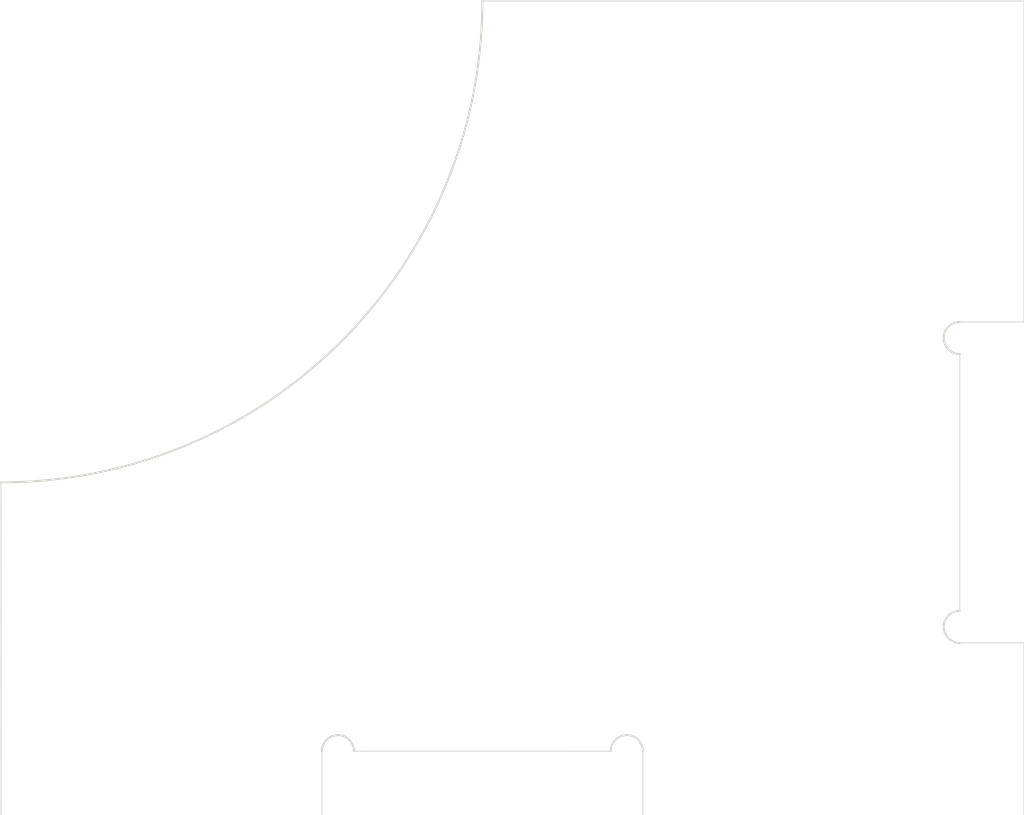
<source format=kicad_pcb>
(kicad_pcb (version 20171130) (host pcbnew 5.1.5+dfsg1-2build2)

  (general
    (thickness 1.6)
    (drawings 19)
    (tracks 0)
    (zones 0)
    (modules 0)
    (nets 1)
  )

  (page A4)
  (layers
    (0 F.Cu signal)
    (31 B.Cu signal)
    (32 B.Adhes user)
    (33 F.Adhes user)
    (34 B.Paste user)
    (35 F.Paste user)
    (36 B.SilkS user)
    (37 F.SilkS user)
    (38 B.Mask user)
    (39 F.Mask user)
    (40 Dwgs.User user)
    (41 Cmts.User user)
    (42 Eco1.User user)
    (43 Eco2.User user)
    (44 Edge.Cuts user)
    (45 Margin user)
    (46 B.CrtYd user)
    (47 F.CrtYd user)
    (48 B.Fab user)
    (49 F.Fab user)
  )

  (setup
    (last_trace_width 0.35)
    (trace_clearance 0.25)
    (zone_clearance 0.508)
    (zone_45_only no)
    (trace_min 0.3)
    (via_size 0.8)
    (via_drill 0.4)
    (via_min_size 0.5)
    (via_min_drill 0.4)
    (uvia_size 0.3)
    (uvia_drill 0.1)
    (uvias_allowed no)
    (uvia_min_size 0.2)
    (uvia_min_drill 0.1)
    (edge_width 0.05)
    (segment_width 0.2)
    (pcb_text_width 0.3)
    (pcb_text_size 1.5 1.5)
    (mod_edge_width 0.12)
    (mod_text_size 1 1)
    (mod_text_width 0.15)
    (pad_size 1.524 1.524)
    (pad_drill 0.762)
    (pad_to_mask_clearance 0.051)
    (solder_mask_min_width 0.25)
    (aux_axis_origin 0 0)
    (visible_elements FFFFFF7F)
    (pcbplotparams
      (layerselection 0x010fc_ffffffff)
      (usegerberextensions false)
      (usegerberattributes false)
      (usegerberadvancedattributes false)
      (creategerberjobfile false)
      (excludeedgelayer true)
      (linewidth 0.100000)
      (plotframeref false)
      (viasonmask false)
      (mode 1)
      (useauxorigin false)
      (hpglpennumber 1)
      (hpglpenspeed 20)
      (hpglpendiameter 15.000000)
      (psnegative false)
      (psa4output false)
      (plotreference true)
      (plotvalue true)
      (plotinvisibletext false)
      (padsonsilk false)
      (subtractmaskfromsilk false)
      (outputformat 1)
      (mirror false)
      (drillshape 1)
      (scaleselection 1)
      (outputdirectory ""))
  )

  (net 0 "")

  (net_class Default "This is the default net class."
    (clearance 0.25)
    (trace_width 0.35)
    (via_dia 0.8)
    (via_drill 0.4)
    (uvia_dia 0.3)
    (uvia_drill 0.1)
    (diff_pair_width 0.3)
    (diff_pair_gap 0.25)
  )

  (net_class Power ""
    (clearance 0.25)
    (trace_width 0.45)
    (via_dia 1)
    (via_drill 0.4)
    (uvia_dia 0.3)
    (uvia_drill 0.1)
    (diff_pair_width 0.3)
    (diff_pair_gap 0.25)
  )

  (gr_line (start 206.08 115) (end 199.6802 114.999) (layer Edge.Cuts) (width 0.02) (tstamp 5F32150A))
  (gr_line (start 214.7801 116.601) (end 206.8798 116.601) (layer Edge.Cuts) (width 0.02) (tstamp 5F321508))
  (gr_arc (start 190.88 96.298) (end 202.880002 96.298) (angle 90) (layer Edge.Cuts) (width 0.05) (tstamp 5F321507))
  (gr_line (start 198.8802 114.999) (end 198.8802 116.601) (layer Edge.Cuts) (width 0.02) (tstamp 5F321506))
  (gr_line (start 214.7801 105.099) (end 214.7801 111.5) (layer Edge.Cuts) (width 0.02) (tstamp 5F321504))
  (gr_arc (start 214.7801 104.699) (end 214.7801 105.099) (angle 180) (layer Edge.Cuts) (width 0.05) (tstamp 5F321502))
  (gr_line (start 216.38 114.999) (end 216.38 116.601) (layer Edge.Cuts) (width 0.02) (tstamp 5F3214FF))
  (gr_line (start 214.7801 112.3) (end 216.38 112.3) (layer Edge.Cuts) (width 0.02) (tstamp 5F3214FD))
  (gr_line (start 216.38 116.601) (end 214.7801 116.601) (layer Edge.Cuts) (width 0.02) (tstamp 5F3214FA))
  (gr_arc (start 199.2802 114.999) (end 198.8802 114.999) (angle 180) (layer Edge.Cuts) (width 0.05) (tstamp 5F3214F9))
  (gr_line (start 198.8802 116.601) (end 190.8809 116.601) (layer Edge.Cuts) (width 0.02) (tstamp 5F3214F8))
  (gr_arc (start 206.4798 114.999) (end 206.0798 114.999) (angle 180) (layer Edge.Cuts) (width 0.05) (tstamp 5F3214F5))
  (gr_line (start 216.38 104.299) (end 214.7801 104.299) (layer Edge.Cuts) (width 0.02) (tstamp 5F3214F1))
  (gr_line (start 216.38 96.298) (end 216.38 104.299) (layer Edge.Cuts) (width 0.02) (tstamp 5F3214F0))
  (gr_line (start 190.8809 116.601) (end 190.88 108.298002) (layer Edge.Cuts) (width 0.02) (tstamp 5F3214EF))
  (gr_line (start 206.8798 116.601) (end 206.8798 114.999) (layer Edge.Cuts) (width 0.02) (tstamp 5F3214EE))
  (gr_line (start 216.38 112.3) (end 216.38 114.999) (layer Edge.Cuts) (width 0.02) (tstamp 5F3214EC))
  (gr_arc (start 214.7801 111.9) (end 214.7801 112.3) (angle 180) (layer Edge.Cuts) (width 0.05) (tstamp 5F3214E9))
  (gr_line (start 202.880002 96.298) (end 216.38 96.298) (layer Edge.Cuts) (width 0.02) (tstamp 5F3214E6))

)

</source>
